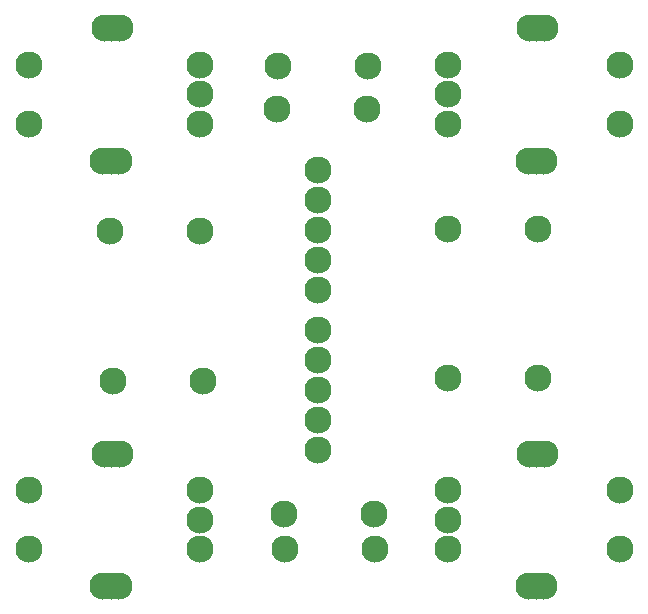
<source format=gbr>
%TF.GenerationSoftware,KiCad,Pcbnew,(5.1.6)-1*%
%TF.CreationDate,2025-01-16T14:06:25-05:00*%
%TF.ProjectId,rotary_board,726f7461-7279-45f6-926f-6172642e6b69,rev?*%
%TF.SameCoordinates,Original*%
%TF.FileFunction,Soldermask,Bot*%
%TF.FilePolarity,Negative*%
%FSLAX46Y46*%
G04 Gerber Fmt 4.6, Leading zero omitted, Abs format (unit mm)*
G04 Created by KiCad (PCBNEW (5.1.6)-1) date 2025-01-16 14:06:25*
%MOMM*%
%LPD*%
G01*
G04 APERTURE LIST*
%ADD10C,2.300000*%
G04 APERTURE END LIST*
D10*
%TO.C,SW1*%
X10600000Y37400000D03*
X9300000Y37400000D03*
X10700000Y48600000D03*
X9400000Y48600000D03*
X17500000Y40500000D03*
X17500000Y43000000D03*
X17500000Y45500000D03*
X10000000Y37400000D03*
X10000000Y48600000D03*
X3000000Y40500000D03*
X3000000Y45500000D03*
%TD*%
%TO.C,SW2*%
X45400000Y48600000D03*
X46700000Y48600000D03*
X45300000Y37400000D03*
X46600000Y37400000D03*
X38500000Y45500000D03*
X38500000Y43000000D03*
X38500000Y40500000D03*
X46000000Y48600000D03*
X46000000Y37400000D03*
X53000000Y45500000D03*
X53000000Y40500000D03*
%TD*%
%TO.C,SW3*%
X10600000Y1400000D03*
X9300000Y1400000D03*
X10700000Y12600000D03*
X9400000Y12600000D03*
X17500000Y4500000D03*
X17500000Y7000000D03*
X17500000Y9500000D03*
X10000000Y1400000D03*
X10000000Y12600000D03*
X3000000Y4500000D03*
X3000000Y9500000D03*
%TD*%
%TO.C,SW4*%
X45400000Y12600000D03*
X46700000Y12600000D03*
X45300000Y1400000D03*
X46600000Y1400000D03*
X38500000Y9500000D03*
X38500000Y7000000D03*
X38500000Y4500000D03*
X46000000Y12600000D03*
X46000000Y1400000D03*
X53000000Y9500000D03*
X53000000Y4500000D03*
%TD*%
%TO.C,J1*%
X27500000Y36580000D03*
X27500000Y34040000D03*
X27500000Y31500000D03*
X27500000Y28960000D03*
X27500000Y26420000D03*
%TD*%
%TO.C,J2*%
X27500000Y12920000D03*
X27500000Y15460000D03*
X27500000Y18000000D03*
X27500000Y20540000D03*
X27500000Y23080000D03*
%TD*%
%TO.C,R1*%
X24100000Y45400000D03*
X31720000Y45400000D03*
%TD*%
%TO.C,R2*%
X9880000Y31400000D03*
X17500000Y31400000D03*
%TD*%
%TO.C,R3*%
X31600000Y41800000D03*
X23980000Y41800000D03*
%TD*%
%TO.C,R4*%
X46120000Y31600000D03*
X38500000Y31600000D03*
%TD*%
%TO.C,R5*%
X24600000Y7500000D03*
X32220000Y7500000D03*
%TD*%
%TO.C,R6*%
X10080000Y18700000D03*
X17700000Y18700000D03*
%TD*%
%TO.C,R7*%
X32300000Y4500000D03*
X24680000Y4500000D03*
%TD*%
%TO.C,R8*%
X46120000Y19000000D03*
X38500000Y19000000D03*
%TD*%
M02*

</source>
